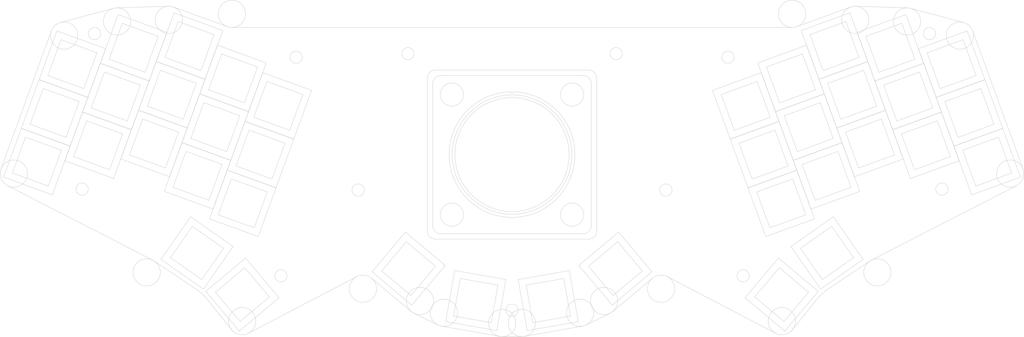
<source format=kicad_pcb>


(kicad_pcb (version 20171130) (host pcbnew 5.1.6)

  (page A3)
  (title_block
    (title "test")
    (rev "v1.0.0")
    (company "Unknown")
  )

  (general
    (thickness 1.6)
  )

  (layers
    (0 F.Cu signal)
    (31 B.Cu signal)
    (32 B.Adhes user)
    (33 F.Adhes user)
    (34 B.Paste user)
    (35 F.Paste user)
    (36 B.SilkS user)
    (37 F.SilkS user)
    (38 B.Mask user)
    (39 F.Mask user)
    (40 Dwgs.User user)
    (41 Cmts.User user)
    (42 Eco1.User user)
    (43 Eco2.User user)
    (44 Edge.Cuts user)
    (45 Margin user)
    (46 B.CrtYd user)
    (47 F.CrtYd user)
    (48 B.Fab user)
    (49 F.Fab user)
  )

  (setup
    (last_trace_width 0.25)
    (trace_clearance 0.2)
    (zone_clearance 0.508)
    (zone_45_only no)
    (trace_min 0.2)
    (via_size 0.8)
    (via_drill 0.4)
    (via_min_size 0.4)
    (via_min_drill 0.3)
    (uvia_size 0.3)
    (uvia_drill 0.1)
    (uvias_allowed no)
    (uvia_min_size 0.2)
    (uvia_min_drill 0.1)
    (edge_width 0.05)
    (segment_width 0.2)
    (pcb_text_width 0.3)
    (pcb_text_size 1.5 1.5)
    (mod_edge_width 0.12)
    (mod_text_size 1 1)
    (mod_text_width 0.15)
    (pad_size 1.524 1.524)
    (pad_drill 0.762)
    (pad_to_mask_clearance 0.05)
    (aux_axis_origin 0 0)
    (visible_elements FFFFFF7F)
    (pcbplotparams
      (layerselection 0x010fc_ffffffff)
      (usegerberextensions false)
      (usegerberattributes true)
      (usegerberadvancedattributes true)
      (creategerberjobfile true)
      (excludeedgelayer true)
      (linewidth 0.100000)
      (plotframeref false)
      (viasonmask false)
      (mode 1)
      (useauxorigin false)
      (hpglpennumber 1)
      (hpglpenspeed 20)
      (hpglpendiameter 15.000000)
      (psnegative false)
      (psa4output false)
      (plotreference true)
      (plotvalue true)
      (plotinvisibletext false)
      (padsonsilk false)
      (subtractmaskfromsilk false)
      (outputformat 1)
      (mirror false)
      (drillshape 1)
      (scaleselection 1)
      (outputdirectory ""))
  )

  (net 0 "")

  (net_class Default "This is the default net class."
    (clearance 0.2)
    (trace_width 0.25)
    (via_dia 0.8)
    (via_drill 0.4)
    (uvia_dia 0.3)
    (uvia_drill 0.1)
    (add_net "")
  )

  
  (gr_line (start 19.374563600000002 123.6005141) (end 37.266311099999996 130.1125776) (angle 90) (layer Edge.Cuts) (width 0.15))
(gr_line (start 37.266311099999996 130.1125776) (end 43.7783746 112.2208301) (angle 90) (layer Edge.Cuts) (width 0.15))
(gr_line (start 43.7783746 112.2208301) (end 25.886627100000002 105.70876659999999) (angle 90) (layer Edge.Cuts) (width 0.15))
(gr_line (start 25.886627100000002 105.70876659999999) (end 19.374563600000002 123.6005141) (angle 90) (layer Edge.Cuts) (width 0.15))
(gr_line (start 25.8900474 105.6993697) (end 43.7817949 112.2114332) (angle 90) (layer Edge.Cuts) (width 0.15))
(gr_line (start 43.7817949 112.2114332) (end 50.293858400000005 94.31968570000001) (angle 90) (layer Edge.Cuts) (width 0.15))
(gr_line (start 50.293858400000005 94.31968570000001) (end 32.402110900000004 87.8076222) (angle 90) (layer Edge.Cuts) (width 0.15))
(gr_line (start 32.402110900000004 87.8076222) (end 25.8900474 105.6993697) (angle 90) (layer Edge.Cuts) (width 0.15))
(gr_line (start 32.405531100000005 87.7982253) (end 50.2972786 94.3102888) (angle 90) (layer Edge.Cuts) (width 0.15))
(gr_line (start 50.2972786 94.3102888) (end 56.8093421 76.4185413) (angle 90) (layer Edge.Cuts) (width 0.15))
(gr_line (start 56.8093421 76.4185413) (end 38.9175946 69.9064778) (angle 90) (layer Edge.Cuts) (width 0.15))
(gr_line (start 38.9175946 69.9064778) (end 32.405531100000005 87.7982253) (angle 90) (layer Edge.Cuts) (width 0.15))
(gr_line (start 41.8365467 117.5851967) (end 59.72829419999999 124.0972602) (angle 90) (layer Edge.Cuts) (width 0.15))
(gr_line (start 59.72829419999999 124.0972602) (end 66.2403577 106.2055127) (angle 90) (layer Edge.Cuts) (width 0.15))
(gr_line (start 66.2403577 106.2055127) (end 48.348610199999996 99.6934492) (angle 90) (layer Edge.Cuts) (width 0.15))
(gr_line (start 48.348610199999996 99.6934492) (end 41.8365467 117.5851967) (angle 90) (layer Edge.Cuts) (width 0.15))
(gr_line (start 48.352030400000004 99.6840523) (end 66.2437779 106.1961158) (angle 90) (layer Edge.Cuts) (width 0.15))
(gr_line (start 66.2437779 106.1961158) (end 72.75584140000001 88.30436830000001) (angle 90) (layer Edge.Cuts) (width 0.15))
(gr_line (start 72.75584140000001 88.30436830000001) (end 54.8640939 81.79230480000001) (angle 90) (layer Edge.Cuts) (width 0.15))
(gr_line (start 54.8640939 81.79230480000001) (end 48.352030400000004 99.6840523) (angle 90) (layer Edge.Cuts) (width 0.15))
(gr_line (start 54.86751410000001 81.7829079) (end 72.7592616 88.2949714) (angle 90) (layer Edge.Cuts) (width 0.15))
(gr_line (start 72.7592616 88.2949714) (end 79.27132510000001 70.4032239) (angle 90) (layer Edge.Cuts) (width 0.15))
(gr_line (start 79.27132510000001 70.4032239) (end 61.379577600000005 63.8911604) (angle 90) (layer Edge.Cuts) (width 0.15))
(gr_line (start 61.379577600000005 63.8911604) (end 54.86751410000001 81.7829079) (angle 90) (layer Edge.Cuts) (width 0.15))
(gr_line (start 62.34388460000001 116.94022269999999) (end 80.2356321 123.45228619999999) (angle 90) (layer Edge.Cuts) (width 0.15))
(gr_line (start 80.2356321 123.45228619999999) (end 86.74769560000001 105.5605387) (angle 90) (layer Edge.Cuts) (width 0.15))
(gr_line (start 86.74769560000001 105.5605387) (end 68.8559481 99.04847519999998) (angle 90) (layer Edge.Cuts) (width 0.15))
(gr_line (start 68.8559481 99.04847519999998) (end 62.34388460000001 116.94022269999999) (angle 90) (layer Edge.Cuts) (width 0.15))
(gr_line (start 68.8593683 99.0390783) (end 86.7511158 105.5511418) (angle 90) (layer Edge.Cuts) (width 0.15))
(gr_line (start 86.7511158 105.5511418) (end 93.26317929999999 87.6593943) (angle 90) (layer Edge.Cuts) (width 0.15))
(gr_line (start 93.26317929999999 87.6593943) (end 75.3714318 81.14733079999999) (angle 90) (layer Edge.Cuts) (width 0.15))
(gr_line (start 75.3714318 81.14733079999999) (end 68.8593683 99.0390783) (angle 90) (layer Edge.Cuts) (width 0.15))
(gr_line (start 75.374852 81.1379339) (end 93.2665995 87.64999739999999) (angle 90) (layer Edge.Cuts) (width 0.15))
(gr_line (start 93.2665995 87.64999739999999) (end 99.778663 69.7582499) (angle 90) (layer Edge.Cuts) (width 0.15))
(gr_line (start 99.778663 69.7582499) (end 81.8869155 63.24618639999999) (angle 90) (layer Edge.Cuts) (width 0.15))
(gr_line (start 81.8869155 63.24618639999999) (end 75.374852 81.1379339) (angle 90) (layer Edge.Cuts) (width 0.15))
(gr_line (start 78.29038390000001 128.8260498) (end 96.1821314 135.3381133) (angle 90) (layer Edge.Cuts) (width 0.15))
(gr_line (start 96.1821314 135.3381133) (end 102.69419490000001 117.44636580000001) (angle 90) (layer Edge.Cuts) (width 0.15))
(gr_line (start 102.69419490000001 117.44636580000001) (end 84.8024474 110.93430230000001) (angle 90) (layer Edge.Cuts) (width 0.15))
(gr_line (start 84.8024474 110.93430230000001) (end 78.29038390000001 128.8260498) (angle 90) (layer Edge.Cuts) (width 0.15))
(gr_line (start 84.8058676 110.92490529999999) (end 102.6976151 117.43696879999999) (angle 90) (layer Edge.Cuts) (width 0.15))
(gr_line (start 102.6976151 117.43696879999999) (end 109.20967859999999 99.5452213) (angle 90) (layer Edge.Cuts) (width 0.15))
(gr_line (start 109.20967859999999 99.5452213) (end 91.3179311 93.0331578) (angle 90) (layer Edge.Cuts) (width 0.15))
(gr_line (start 91.3179311 93.0331578) (end 84.8058676 110.92490529999999) (angle 90) (layer Edge.Cuts) (width 0.15))
(gr_line (start 91.3213513 93.0237609) (end 109.2130988 99.5358244) (angle 90) (layer Edge.Cuts) (width 0.15))
(gr_line (start 109.2130988 99.5358244) (end 115.7251623 81.6440769) (angle 90) (layer Edge.Cuts) (width 0.15))
(gr_line (start 115.7251623 81.6440769) (end 97.8334148 75.1320134) (angle 90) (layer Edge.Cuts) (width 0.15))
(gr_line (start 97.8334148 75.1320134) (end 91.3213513 93.0237609) (angle 90) (layer Edge.Cuts) (width 0.15))
(gr_line (start 94.8884316 138.9217624) (end 112.7801791 145.43382590000002) (angle 90) (layer Edge.Cuts) (width 0.15))
(gr_line (start 112.7801791 145.43382590000002) (end 119.29224260000001 127.54207840000002) (angle 90) (layer Edge.Cuts) (width 0.15))
(gr_line (start 119.29224260000001 127.54207840000002) (end 101.4004951 121.03001490000003) (angle 90) (layer Edge.Cuts) (width 0.15))
(gr_line (start 101.4004951 121.03001490000003) (end 94.8884316 138.9217624) (angle 90) (layer Edge.Cuts) (width 0.15))
(gr_line (start 101.40391530000001 121.020618) (end 119.2956628 127.5326815) (angle 90) (layer Edge.Cuts) (width 0.15))
(gr_line (start 119.2956628 127.5326815) (end 125.80772630000001 109.640934) (angle 90) (layer Edge.Cuts) (width 0.15))
(gr_line (start 125.80772630000001 109.640934) (end 107.9159788 103.1288705) (angle 90) (layer Edge.Cuts) (width 0.15))
(gr_line (start 107.9159788 103.1288705) (end 101.40391530000001 121.020618) (angle 90) (layer Edge.Cuts) (width 0.15))
(gr_line (start 107.919399 103.1194735) (end 125.81114649999999 109.631537) (angle 90) (layer Edge.Cuts) (width 0.15))
(gr_line (start 125.81114649999999 109.631537) (end 132.32321 91.7397895) (angle 90) (layer Edge.Cuts) (width 0.15))
(gr_line (start 132.32321 91.7397895) (end 114.4314625 85.22772599999999) (angle 90) (layer Edge.Cuts) (width 0.15))
(gr_line (start 114.4314625 85.22772599999999) (end 107.919399 103.1194735) (angle 90) (layer Edge.Cuts) (width 0.15))
(gr_line (start 77.06240930000001 153.79343160000002) (end 92.65906420000002 164.7143269) (angle 90) (layer Edge.Cuts) (width 0.15))
(gr_line (start 92.65906420000002 164.7143269) (end 103.5799595 149.117672) (angle 90) (layer Edge.Cuts) (width 0.15))
(gr_line (start 103.5799595 149.117672) (end 87.98330460000001 138.19677670000002) (angle 90) (layer Edge.Cuts) (width 0.15))
(gr_line (start 87.98330460000001 138.19677670000002) (end 77.06240930000001 153.79343160000002) (angle 90) (layer Edge.Cuts) (width 0.15))
(gr_line (start 93.55301130000001 165.5585308) (end 105.7916873 180.14401700000002) (angle 90) (layer Edge.Cuts) (width 0.15))
(gr_line (start 105.7916873 180.14401700000002) (end 120.3771735 167.90534100000002) (angle 90) (layer Edge.Cuts) (width 0.15))
(gr_line (start 120.3771735 167.90534100000002) (end 108.1384975 153.3198548) (angle 90) (layer Edge.Cuts) (width 0.15))
(gr_line (start 108.1384975 153.3198548) (end 93.55301130000001 165.5585308) (angle 90) (layer Edge.Cuts) (width 0.15))
(gr_line (start 154.5130113 158.380341) (end 169.0984975 170.619017) (angle 90) (layer Edge.Cuts) (width 0.15))
(gr_line (start 169.0984975 170.619017) (end 181.3371735 156.0335308) (angle 90) (layer Edge.Cuts) (width 0.15))
(gr_line (start 181.3371735 156.0335308) (end 166.75168730000001 143.7948548) (angle 90) (layer Edge.Cuts) (width 0.15))
(gr_line (start 166.75168730000001 143.7948548) (end 154.5130113 158.380341) (angle 90) (layer Edge.Cuts) (width 0.15))
(gr_line (start 181.5241958 176.66482180000003) (end 200.2749355 179.97108310000002) (angle 90) (layer Edge.Cuts) (width 0.15))
(gr_line (start 200.2749355 179.97108310000002) (end 203.5811968 161.22034340000002) (angle 90) (layer Edge.Cuts) (width 0.15))
(gr_line (start 203.5811968 161.22034340000002) (end 184.8304571 157.91408210000003) (angle 90) (layer Edge.Cuts) (width 0.15))
(gr_line (start 184.8304571 157.91408210000003) (end 181.5241958 176.66482180000003) (angle 90) (layer Edge.Cuts) (width 0.15))
(gr_line (start 374.4262979 130.1125776) (end 392.3180454 123.6005141) (angle 90) (layer Edge.Cuts) (width 0.15))
(gr_line (start 392.3180454 123.6005141) (end 385.8059819 105.70876659999999) (angle 90) (layer Edge.Cuts) (width 0.15))
(gr_line (start 385.8059819 105.70876659999999) (end 367.9142344 112.2208301) (angle 90) (layer Edge.Cuts) (width 0.15))
(gr_line (start 367.9142344 112.2208301) (end 374.4262979 130.1125776) (angle 90) (layer Edge.Cuts) (width 0.15))
(gr_line (start 367.9108141 112.2114332) (end 385.8025616 105.6993697) (angle 90) (layer Edge.Cuts) (width 0.15))
(gr_line (start 385.8025616 105.6993697) (end 379.2904981 87.8076222) (angle 90) (layer Edge.Cuts) (width 0.15))
(gr_line (start 379.2904981 87.8076222) (end 361.39875059999997 94.31968570000001) (angle 90) (layer Edge.Cuts) (width 0.15))
(gr_line (start 361.39875059999997 94.31968570000001) (end 367.9108141 112.2114332) (angle 90) (layer Edge.Cuts) (width 0.15))
(gr_line (start 361.39533040000003 94.3102888) (end 379.28707790000004 87.7982253) (angle 90) (layer Edge.Cuts) (width 0.15))
(gr_line (start 379.28707790000004 87.7982253) (end 372.77501440000003 69.9064778) (angle 90) (layer Edge.Cuts) (width 0.15))
(gr_line (start 372.77501440000003 69.9064778) (end 354.8832669 76.4185413) (angle 90) (layer Edge.Cuts) (width 0.15))
(gr_line (start 354.8832669 76.4185413) (end 361.39533040000003 94.3102888) (angle 90) (layer Edge.Cuts) (width 0.15))
(gr_line (start 351.9643148 124.0972602) (end 369.8560623 117.5851967) (angle 90) (layer Edge.Cuts) (width 0.15))
(gr_line (start 369.8560623 117.5851967) (end 363.3439988 99.6934492) (angle 90) (layer Edge.Cuts) (width 0.15))
(gr_line (start 363.3439988 99.6934492) (end 345.4522513 106.2055127) (angle 90) (layer Edge.Cuts) (width 0.15))
(gr_line (start 345.4522513 106.2055127) (end 351.9643148 124.0972602) (angle 90) (layer Edge.Cuts) (width 0.15))
(gr_line (start 345.4488311 106.1961158) (end 363.3405786 99.6840523) (angle 90) (layer Edge.Cuts) (width 0.15))
(gr_line (start 363.3405786 99.6840523) (end 356.8285151 81.79230480000001) (angle 90) (layer Edge.Cuts) (width 0.15))
(gr_line (start 356.8285151 81.79230480000001) (end 338.9367676 88.30436830000001) (angle 90) (layer Edge.Cuts) (width 0.15))
(gr_line (start 338.9367676 88.30436830000001) (end 345.4488311 106.1961158) (angle 90) (layer Edge.Cuts) (width 0.15))
(gr_line (start 338.9333474 88.2949714) (end 356.8250949 81.7829079) (angle 90) (layer Edge.Cuts) (width 0.15))
(gr_line (start 356.8250949 81.7829079) (end 350.3130314 63.8911604) (angle 90) (layer Edge.Cuts) (width 0.15))
(gr_line (start 350.3130314 63.8911604) (end 332.4212839 70.4032239) (angle 90) (layer Edge.Cuts) (width 0.15))
(gr_line (start 332.4212839 70.4032239) (end 338.9333474 88.2949714) (angle 90) (layer Edge.Cuts) (width 0.15))
(gr_line (start 331.4569769 123.45228619999999) (end 349.3487244 116.94022269999999) (angle 90) (layer Edge.Cuts) (width 0.15))
(gr_line (start 349.3487244 116.94022269999999) (end 342.83666089999997 99.04847519999998) (angle 90) (layer Edge.Cuts) (width 0.15))
(gr_line (start 342.83666089999997 99.04847519999998) (end 324.94491339999996 105.5605387) (angle 90) (layer Edge.Cuts) (width 0.15))
(gr_line (start 324.94491339999996 105.5605387) (end 331.4569769 123.45228619999999) (angle 90) (layer Edge.Cuts) (width 0.15))
(gr_line (start 324.9414932 105.5511418) (end 342.83324070000003 99.0390783) (angle 90) (layer Edge.Cuts) (width 0.15))
(gr_line (start 342.83324070000003 99.0390783) (end 336.3211772 81.14733079999999) (angle 90) (layer Edge.Cuts) (width 0.15))
(gr_line (start 336.3211772 81.14733079999999) (end 318.4294297 87.6593943) (angle 90) (layer Edge.Cuts) (width 0.15))
(gr_line (start 318.4294297 87.6593943) (end 324.9414932 105.5511418) (angle 90) (layer Edge.Cuts) (width 0.15))
(gr_line (start 318.4260095 87.64999739999999) (end 336.31775700000003 81.1379339) (angle 90) (layer Edge.Cuts) (width 0.15))
(gr_line (start 336.31775700000003 81.1379339) (end 329.8056935 63.24618639999999) (angle 90) (layer Edge.Cuts) (width 0.15))
(gr_line (start 329.8056935 63.24618639999999) (end 311.913946 69.7582499) (angle 90) (layer Edge.Cuts) (width 0.15))
(gr_line (start 311.913946 69.7582499) (end 318.4260095 87.64999739999999) (angle 90) (layer Edge.Cuts) (width 0.15))
(gr_line (start 315.5104776 135.3381133) (end 333.4022251 128.8260498) (angle 90) (layer Edge.Cuts) (width 0.15))
(gr_line (start 333.4022251 128.8260498) (end 326.8901616 110.93430230000001) (angle 90) (layer Edge.Cuts) (width 0.15))
(gr_line (start 326.8901616 110.93430230000001) (end 308.9984141 117.44636580000001) (angle 90) (layer Edge.Cuts) (width 0.15))
(gr_line (start 308.9984141 117.44636580000001) (end 315.5104776 135.3381133) (angle 90) (layer Edge.Cuts) (width 0.15))
(gr_line (start 308.9949939 117.43696879999999) (end 326.8867414 110.92490529999999) (angle 90) (layer Edge.Cuts) (width 0.15))
(gr_line (start 326.8867414 110.92490529999999) (end 320.3746779 93.0331578) (angle 90) (layer Edge.Cuts) (width 0.15))
(gr_line (start 320.3746779 93.0331578) (end 302.4829304 99.5452213) (angle 90) (layer Edge.Cuts) (width 0.15))
(gr_line (start 302.4829304 99.5452213) (end 308.9949939 117.43696879999999) (angle 90) (layer Edge.Cuts) (width 0.15))
(gr_line (start 302.4795102 99.5358244) (end 320.3712577 93.0237609) (angle 90) (layer Edge.Cuts) (width 0.15))
(gr_line (start 320.3712577 93.0237609) (end 313.8591942 75.1320134) (angle 90) (layer Edge.Cuts) (width 0.15))
(gr_line (start 313.8591942 75.1320134) (end 295.9674467 81.6440769) (angle 90) (layer Edge.Cuts) (width 0.15))
(gr_line (start 295.9674467 81.6440769) (end 302.4795102 99.5358244) (angle 90) (layer Edge.Cuts) (width 0.15))
(gr_line (start 298.9124299 145.43382590000002) (end 316.8041774 138.9217624) (angle 90) (layer Edge.Cuts) (width 0.15))
(gr_line (start 316.8041774 138.9217624) (end 310.2921139 121.03001490000003) (angle 90) (layer Edge.Cuts) (width 0.15))
(gr_line (start 310.2921139 121.03001490000003) (end 292.4003664 127.54207840000002) (angle 90) (layer Edge.Cuts) (width 0.15))
(gr_line (start 292.4003664 127.54207840000002) (end 298.9124299 145.43382590000002) (angle 90) (layer Edge.Cuts) (width 0.15))
(gr_line (start 292.3969462 127.5326815) (end 310.2886937 121.020618) (angle 90) (layer Edge.Cuts) (width 0.15))
(gr_line (start 310.2886937 121.020618) (end 303.7766302 103.1288705) (angle 90) (layer Edge.Cuts) (width 0.15))
(gr_line (start 303.7766302 103.1288705) (end 285.8848827 109.640934) (angle 90) (layer Edge.Cuts) (width 0.15))
(gr_line (start 285.8848827 109.640934) (end 292.3969462 127.5326815) (angle 90) (layer Edge.Cuts) (width 0.15))
(gr_line (start 285.8814625 109.631537) (end 303.77321 103.1194735) (angle 90) (layer Edge.Cuts) (width 0.15))
(gr_line (start 303.77321 103.1194735) (end 297.2611465 85.22772599999999) (angle 90) (layer Edge.Cuts) (width 0.15))
(gr_line (start 297.2611465 85.22772599999999) (end 279.369399 91.7397895) (angle 90) (layer Edge.Cuts) (width 0.15))
(gr_line (start 279.369399 91.7397895) (end 285.8814625 109.631537) (angle 90) (layer Edge.Cuts) (width 0.15))
(gr_line (start 319.0335448 164.7143269) (end 334.63019970000005 153.79343160000002) (angle 90) (layer Edge.Cuts) (width 0.15))
(gr_line (start 334.63019970000005 153.79343160000002) (end 323.7093044 138.19677670000002) (angle 90) (layer Edge.Cuts) (width 0.15))
(gr_line (start 323.7093044 138.19677670000002) (end 308.11264950000003 149.117672) (angle 90) (layer Edge.Cuts) (width 0.15))
(gr_line (start 308.11264950000003 149.117672) (end 319.0335448 164.7143269) (angle 90) (layer Edge.Cuts) (width 0.15))
(gr_line (start 305.9009217 180.14401700000002) (end 318.1395977 165.5585308) (angle 90) (layer Edge.Cuts) (width 0.15))
(gr_line (start 318.1395977 165.5585308) (end 303.55411150000003 153.3198548) (angle 90) (layer Edge.Cuts) (width 0.15))
(gr_line (start 303.55411150000003 153.3198548) (end 291.31543550000004 167.90534100000002) (angle 90) (layer Edge.Cuts) (width 0.15))
(gr_line (start 291.31543550000004 167.90534100000002) (end 305.9009217 180.14401700000002) (angle 90) (layer Edge.Cuts) (width 0.15))
(gr_line (start 242.5941115 170.619017) (end 257.1795977 158.380341) (angle 90) (layer Edge.Cuts) (width 0.15))
(gr_line (start 257.1795977 158.380341) (end 244.9409217 143.7948548) (angle 90) (layer Edge.Cuts) (width 0.15))
(gr_line (start 244.9409217 143.7948548) (end 230.35543549999997 156.0335308) (angle 90) (layer Edge.Cuts) (width 0.15))
(gr_line (start 230.35543549999997 156.0335308) (end 242.5941115 170.619017) (angle 90) (layer Edge.Cuts) (width 0.15))
(gr_line (start 211.41767349999998 179.97108310000002) (end 230.16841319999997 176.66482180000003) (angle 90) (layer Edge.Cuts) (width 0.15))
(gr_line (start 230.16841319999997 176.66482180000003) (end 226.8621519 157.91408210000003) (angle 90) (layer Edge.Cuts) (width 0.15))
(gr_line (start 226.8621519 157.91408210000003) (end 208.1114122 161.22034340000002) (angle 90) (layer Edge.Cuts) (width 0.15))
(gr_line (start 208.1114122 161.22034340000002) (end 211.41767349999998 179.97108310000002) (angle 90) (layer Edge.Cuts) (width 0.15))
(gr_line (start 179.7813045 144.395776) (end 231.9113045 144.395776) (angle 90) (layer Edge.Cuts) (width 0.15))
(gr_arc (start 231.9113045 141.395776) (end 231.9113045 144.395776) (angle -90) (layer Edge.Cuts) (width 0.15))
(gr_line (start 234.9113045 141.395776) (end 234.9113045 89.26577600000002) (angle 90) (layer Edge.Cuts) (width 0.15))
(gr_arc (start 231.9113045 89.26577600000002) (end 234.9113045 89.26577600000002) (angle -90) (layer Edge.Cuts) (width 0.15))
(gr_line (start 231.9113045 86.26577600000002) (end 179.7813045 86.26577600000002) (angle 90) (layer Edge.Cuts) (width 0.15))
(gr_arc (start 179.7813045 89.26577600000002) (end 179.7813045 86.26577600000002) (angle -90) (layer Edge.Cuts) (width 0.15))
(gr_line (start 176.7813045 89.26577600000002) (end 176.7813045 141.395776) (angle 90) (layer Edge.Cuts) (width 0.15))
(gr_arc (start 179.7813045 141.395776) (end 176.7813045 141.395776) (angle -90) (layer Edge.Cuts) (width 0.15))
(gr_circle (center 205.8463045 115.330776) (end 227.7763045 115.330776) (layer Edge.Cuts) (width 0.15))
(gr_line (start 177.7813045 146.395776) (end 233.9113045 146.395776) (angle 90) (layer Edge.Cuts) (width 0.15))
(gr_arc (start 233.9113045 143.395776) (end 233.9113045 146.395776) (angle -90) (layer Edge.Cuts) (width 0.15))
(gr_line (start 236.9113045 143.395776) (end 236.9113045 87.26577600000002) (angle 90) (layer Edge.Cuts) (width 0.15))
(gr_arc (start 233.9113045 87.26577600000002) (end 236.9113045 87.26577600000002) (angle -90) (layer Edge.Cuts) (width 0.15))
(gr_line (start 233.9113045 84.26577600000002) (end 177.7813045 84.26577600000002) (angle 90) (layer Edge.Cuts) (width 0.15))
(gr_arc (start 177.7813045 87.26577600000002) (end 177.7813045 84.26577600000002) (angle -90) (layer Edge.Cuts) (width 0.15))
(gr_line (start 174.7813045 87.26577600000002) (end 174.7813045 143.395776) (angle 90) (layer Edge.Cuts) (width 0.15))
(gr_arc (start 177.7813045 143.395776) (end 174.7813045 143.395776) (angle -90) (layer Edge.Cuts) (width 0.15))
(gr_arc (start 205.8463045 115.330776) (end 205.4581776 92.2690418) (angle -358.0716164847654) (layer Edge.Cuts) (width 0.15))
(gr_arc (start 205.8463045 92.365776) (end 205.4581776 92.2690418) (angle -207.9897971867049) (layer Edge.Cuts) (width 0.15))
(gr_line (start 18.434528223081607 120.59877359591697) (end 36.88566669348531 69.90468749395848) (angle 90) (layer Edge.Cuts) (width 0.15))
(gr_line (start 40.290707389350395 66.78497871112192) (end 59.679596459659415 61.59263564010725) (angle 90) (layer Edge.Cuts) (width 0.15))
(gr_line (start 60.81584241931968 61.42491607209591) (end 79.78292512575398 60.82838446662118) (angle 90) (layer Edge.Cuts) (width 0.15))
(gr_line (start 81.65020217834454 61.127450220422965) (end 101.3982687235114 68.31515865258098) (angle 90) (layer Edge.Cuts) (width 0.15))
(gr_line (start 103.10836927904633 68.61669549999999) (end 308.5842397209537 68.61669549999999) (angle 90) (layer Edge.Cuts) (width 0.15))
(gr_line (start 310.29434027648864 68.31515865258096) (end 330.0424068216553 61.12745022042306) (angle 90) (layer Edge.Cuts) (width 0.15))
(gr_line (start 331.90968387424596 60.82838446662117) (end 350.87676658068034 61.42491607209591) (angle 90) (layer Edge.Cuts) (width 0.15))
(gr_line (start 352.0130125403406 61.59263564010725) (end 371.4019016106497 66.78497871112194) (angle 90) (layer Edge.Cuts) (width 0.15))
(gr_line (start 374.8069423065147 69.90468749395836) (end 393.2580807769183 120.59877359591655) (angle 90) (layer Edge.Cuts) (width 0.15))
(gr_line (start 337.5512194238017 154.12847467769612) (end 390.84399662544405 126.75652665360647) (angle 90) (layer Edge.Cuts) (width 0.15))
(gr_line (start 320.830467 165.3231103) (end 337.04686040898525 154.4260741561553) (angle 90) (layer Edge.Cuts) (width 0.15))
(gr_line (start 318.5644954 167.3744383) (end 320.830467 165.3231103) (angle 90) (layer Edge.Cuts) (width 0.15))
(gr_line (start 308.7112001120246 179.63179922699504) (end 318.5644954 167.3744383) (angle 90) (layer Edge.Cuts) (width 0.15))
(gr_line (start 262.8376721049016 160.16902533500055) (end 302.4953397741364 180.9289050175127) (angle 90) (layer Edge.Cuts) (width 0.15))
(gr_line (start 242.82303791535054 172.92025297413656) (end 257.30485459029757 160.76856592923647) (angle 90) (layer Edge.Cuts) (width 0.15))
(gr_line (start 233.01870515638416 177.90072011665302) (end 241.81469139364546 173.57727554779052) (angle 90) (layer Edge.Cuts) (width 0.15))
(gr_line (start 210.2991562283386 182.10777268892974) (end 231.6813545010735 178.33751416532357) (angle 90) (layer Edge.Cuts) (width 0.15))
(gr_line (start 202.26169373444398 182.18373390000002) (end 209.43091526555597 182.18373390000002) (angle 90) (layer Edge.Cuts) (width 0.15))
(gr_line (start 180.0112544989265 178.33751416532357) (end 201.39345277166137 182.10777268892977) (angle 90) (layer Edge.Cuts) (width 0.15))
(gr_line (start 169.87791760635454 173.57727554779046) (end 178.67390384361582 177.900720116653) (angle 90) (layer Edge.Cuts) (width 0.15))
(gr_line (start 154.3877544097023 160.7685659292363) (end 168.86957108464946 172.92025297413653) (angle 90) (layer Edge.Cuts) (width 0.15))
(gr_line (start 109.19726922586374 180.92890501751262) (end 148.85493689509826 160.16902533500064) (angle 90) (layer Edge.Cuts) (width 0.15))
(gr_line (start 93.1281136 167.3744383) (end 102.98140888797542 179.63179922699507) (angle 90) (layer Edge.Cuts) (width 0.15))
(gr_line (start 90.862142 165.3231103) (end 93.1281136 167.3744383) (angle 90) (layer Edge.Cuts) (width 0.15))
(gr_line (start 74.64574859101454 154.42607415615515) (end 90.862142 165.3231103) (angle 90) (layer Edge.Cuts) (width 0.15))
(gr_line (start 20.848612374555998 126.75652665360644) (end 74.14138957619834 154.12847467769615) (angle 90) (layer Edge.Cuts) (width 0.15))
(gr_arc (start 41.5841298460663 71.6147880494934) (end 40.2907073460663 66.7849787494934) (angle -360) (layer Edge.Cuts) (width 0.15))
(gr_arc (start 60.973018916375324 66.42244497847871) (end 60.815842416375325 61.42491607847871) (angle -360) (layer Edge.Cuts) (width 0.15))
(gr_arc (start 79.94010162280962 65.82591337300396) (end 81.65020222280963 61.12745017300396) (angle -360) (layer Edge.Cuts) (width 0.15))
(gr_arc (start 103.10836927904633 63.61669549999999) (end 101.39826867904632 68.3151587) (angle -360) (layer Edge.Cuts) (width 0.15))
(gr_arc (start 308.5842397209537 63.61669549999999) (end 308.5842397209537 68.61669549999999) (angle -360) (layer Edge.Cuts) (width 0.15))
(gr_arc (start 331.7525073771903 65.82591337300398) (end 331.9096838771903 60.828384473003986) (angle -360) (layer Edge.Cuts) (width 0.15))
(gr_arc (start 350.71959008362467 66.4224449784787) (end 352.0130125836247 61.59263567847869) (angle -360) (layer Edge.Cuts) (width 0.15))
(gr_arc (start 370.10847915393373 71.61478804949338) (end 374.8069423539337 69.90468744949338) (angle -360) (layer Edge.Cuts) (width 0.15))
(gr_arc (start 388.55961762433736 122.30887415145162) (end 390.84399662433736 126.75652665145162) (angle -360.00000000000006) (layer Edge.Cuts) (width 0.15))
(gr_arc (start 339.8355984249082 158.57612717985072) (end 337.5512194249082 154.1284746798507) (angle -360) (layer Edge.Cuts) (width 0.15))
(gr_arc (start 304.814219148942 176.49914225667175) (end 302.495339748942 180.92890505667174) (angle -360.00000000000006) (layer Edge.Cuts) (width 0.15))
(gr_arc (start 260.51879273009604 164.59878809584154) (end 262.83767213009605 160.16902529584155) (angle -360) (layer Edge.Cuts) (width 0.15))
(gr_arc (start 239.60909977555215 169.09003080753132) (end 241.81469137555214 173.57727560753133) (angle -360) (layer Edge.Cuts) (width 0.15))
(gr_arc (start 230.81311353829088 173.41347537639388) (end 231.6813545382909 178.33751417639388) (angle -360) (layer Edge.Cuts) (width 0.15))
(gr_arc (start 209.43091526555597 177.18373390000002) (end 209.43091526555597 182.18373390000002) (angle -360) (layer Edge.Cuts) (width 0.15))
(gr_arc (start 202.26169373444398 177.18373390000002) (end 201.39345273444397 182.10777270000003) (angle -359.99999999999994) (layer Edge.Cuts) (width 0.15))
(gr_arc (start 180.87949546170913 173.41347537639385) (end 178.67390386170914 177.90072017639386) (angle -360) (layer Edge.Cuts) (width 0.15))
(gr_arc (start 172.08350922444782 169.09003080753132) (end 168.86957112444782 172.92025300753133) (angle -360) (layer Edge.Cuts) (width 0.15))
(gr_arc (start 151.17381626990397 164.59878809584154) (end 154.38775436990397 160.76856589584153) (angle -360) (layer Edge.Cuts) (width 0.15))
(gr_arc (start 106.87838985105802 176.49914225667172) (end 102.98140895105801 179.6317992566717) (angle -360) (layer Edge.Cuts) (width 0.15))
(gr_arc (start 71.85701057509173 158.5761271798507) (end 74.64574857509173 154.42607417985067) (angle -360) (layer Edge.Cuts) (width 0.15))
(gr_arc (start 23.13299137566259 122.30887415145189) (end 18.434528175662592 120.59877355145188) (angle -360) (layer Edge.Cuts) (width 0.15))
(gr_line (start 22.5916626 122.10035620000001) (end 35.7661532 126.8954786) (angle 90) (layer Edge.Cuts) (width 0.15))
(gr_line (start 35.7661532 126.8954786) (end 40.5612756 113.720988) (angle 90) (layer Edge.Cuts) (width 0.15))
(gr_line (start 40.5612756 113.720988) (end 27.386785 108.92586560000001) (angle 90) (layer Edge.Cuts) (width 0.15))
(gr_line (start 27.386785 108.92586560000001) (end 22.5916626 122.10035620000001) (angle 90) (layer Edge.Cuts) (width 0.15))
(gr_line (start 29.107146400000005 104.19921180000001) (end 42.281637 108.99433420000001) (angle 90) (layer Edge.Cuts) (width 0.15))
(gr_line (start 42.281637 108.99433420000001) (end 47.0767594 95.81984360000001) (angle 90) (layer Edge.Cuts) (width 0.15))
(gr_line (start 47.0767594 95.81984360000001) (end 33.9022688 91.02472120000002) (angle 90) (layer Edge.Cuts) (width 0.15))
(gr_line (start 33.9022688 91.02472120000002) (end 29.107146400000005 104.19921180000001) (angle 90) (layer Edge.Cuts) (width 0.15))
(gr_line (start 35.6226301 86.29806740000001) (end 48.7971207 91.0931898) (angle 90) (layer Edge.Cuts) (width 0.15))
(gr_line (start 48.7971207 91.0931898) (end 53.592243100000005 77.9186992) (angle 90) (layer Edge.Cuts) (width 0.15))
(gr_line (start 53.592243100000005 77.9186992) (end 40.4177525 73.12357680000001) (angle 90) (layer Edge.Cuts) (width 0.15))
(gr_line (start 40.4177525 73.12357680000001) (end 35.6226301 86.29806740000001) (angle 90) (layer Edge.Cuts) (width 0.15))
(gr_line (start 45.053645700000004 116.0850388) (end 58.2281363 120.8801612) (angle 90) (layer Edge.Cuts) (width 0.15))
(gr_line (start 58.2281363 120.8801612) (end 63.0232587 107.7056706) (angle 90) (layer Edge.Cuts) (width 0.15))
(gr_line (start 63.0232587 107.7056706) (end 49.8487681 102.91054820000001) (angle 90) (layer Edge.Cuts) (width 0.15))
(gr_line (start 49.8487681 102.91054820000001) (end 45.053645700000004 116.0850388) (angle 90) (layer Edge.Cuts) (width 0.15))
(gr_line (start 51.5691294 98.18389440000001) (end 64.74361999999999 102.97901680000001) (angle 90) (layer Edge.Cuts) (width 0.15))
(gr_line (start 64.74361999999999 102.97901680000001) (end 69.5387424 89.80452620000001) (angle 90) (layer Edge.Cuts) (width 0.15))
(gr_line (start 69.5387424 89.80452620000001) (end 56.3642518 85.00940380000002) (angle 90) (layer Edge.Cuts) (width 0.15))
(gr_line (start 56.3642518 85.00940380000002) (end 51.5691294 98.18389440000001) (angle 90) (layer Edge.Cuts) (width 0.15))
(gr_line (start 58.084613100000006 80.28275000000001) (end 71.2591037 85.0778724) (angle 90) (layer Edge.Cuts) (width 0.15))
(gr_line (start 71.2591037 85.0778724) (end 76.05422610000001 71.9033818) (angle 90) (layer Edge.Cuts) (width 0.15))
(gr_line (start 76.05422610000001 71.9033818) (end 62.8797355 67.10825940000001) (angle 90) (layer Edge.Cuts) (width 0.15))
(gr_line (start 62.8797355 67.10825940000001) (end 58.084613100000006 80.28275000000001) (angle 90) (layer Edge.Cuts) (width 0.15))
(gr_line (start 65.5609836 115.4400648) (end 78.7354742 120.2351872) (angle 90) (layer Edge.Cuts) (width 0.15))
(gr_line (start 78.7354742 120.2351872) (end 83.5305966 107.0606966) (angle 90) (layer Edge.Cuts) (width 0.15))
(gr_line (start 83.5305966 107.0606966) (end 70.356106 102.2655742) (angle 90) (layer Edge.Cuts) (width 0.15))
(gr_line (start 70.356106 102.2655742) (end 65.5609836 115.4400648) (angle 90) (layer Edge.Cuts) (width 0.15))
(gr_line (start 72.07646729999999 97.53892040000001) (end 85.25095789999999 102.3340428) (angle 90) (layer Edge.Cuts) (width 0.15))
(gr_line (start 85.25095789999999 102.3340428) (end 90.04608029999999 89.15955220000001) (angle 90) (layer Edge.Cuts) (width 0.15))
(gr_line (start 90.04608029999999 89.15955220000001) (end 76.87158969999999 84.36442980000001) (angle 90) (layer Edge.Cuts) (width 0.15))
(gr_line (start 76.87158969999999 84.36442980000001) (end 72.07646729999999 97.53892040000001) (angle 90) (layer Edge.Cuts) (width 0.15))
(gr_line (start 78.591951 79.637776) (end 91.7664416 84.4328984) (angle 90) (layer Edge.Cuts) (width 0.15))
(gr_line (start 91.7664416 84.4328984) (end 96.56156399999999 71.2584078) (angle 90) (layer Edge.Cuts) (width 0.15))
(gr_line (start 96.56156399999999 71.2584078) (end 83.38707339999999 66.4632854) (angle 90) (layer Edge.Cuts) (width 0.15))
(gr_line (start 83.38707339999999 66.4632854) (end 78.591951 79.637776) (angle 90) (layer Edge.Cuts) (width 0.15))
(gr_line (start 81.5074829 127.32589189999999) (end 94.6819735 132.12101429999998) (angle 90) (layer Edge.Cuts) (width 0.15))
(gr_line (start 94.6819735 132.12101429999998) (end 99.4770959 118.94652369999999) (angle 90) (layer Edge.Cuts) (width 0.15))
(gr_line (start 99.4770959 118.94652369999999) (end 86.3026053 114.15140129999999) (angle 90) (layer Edge.Cuts) (width 0.15))
(gr_line (start 86.3026053 114.15140129999999) (end 81.5074829 127.32589189999999) (angle 90) (layer Edge.Cuts) (width 0.15))
(gr_line (start 88.02296659999999 109.4247474) (end 101.19745719999999 114.2198698) (angle 90) (layer Edge.Cuts) (width 0.15))
(gr_line (start 101.19745719999999 114.2198698) (end 105.99257959999998 101.0453792) (angle 90) (layer Edge.Cuts) (width 0.15))
(gr_line (start 105.99257959999998 101.0453792) (end 92.81808899999999 96.2502568) (angle 90) (layer Edge.Cuts) (width 0.15))
(gr_line (start 92.81808899999999 96.2502568) (end 88.02296659999999 109.4247474) (angle 90) (layer Edge.Cuts) (width 0.15))
(gr_line (start 94.5384503 91.52360300000001) (end 107.71294089999999 96.3187254) (angle 90) (layer Edge.Cuts) (width 0.15))
(gr_line (start 107.71294089999999 96.3187254) (end 112.50806329999999 83.1442348) (angle 90) (layer Edge.Cuts) (width 0.15))
(gr_line (start 112.50806329999999 83.1442348) (end 99.33357269999999 78.34911240000001) (angle 90) (layer Edge.Cuts) (width 0.15))
(gr_line (start 99.33357269999999 78.34911240000001) (end 94.5384503 91.52360300000001) (angle 90) (layer Edge.Cuts) (width 0.15))
(gr_line (start 98.1055306 137.4216045) (end 111.2800212 142.2167269) (angle 90) (layer Edge.Cuts) (width 0.15))
(gr_line (start 111.2800212 142.2167269) (end 116.07514359999999 129.0422363) (angle 90) (layer Edge.Cuts) (width 0.15))
(gr_line (start 116.07514359999999 129.0422363) (end 102.90065299999999 124.2471139) (angle 90) (layer Edge.Cuts) (width 0.15))
(gr_line (start 102.90065299999999 124.2471139) (end 98.1055306 137.4216045) (angle 90) (layer Edge.Cuts) (width 0.15))
(gr_line (start 104.6210143 119.52046010000001) (end 117.7955049 124.3155825) (angle 90) (layer Edge.Cuts) (width 0.15))
(gr_line (start 117.7955049 124.3155825) (end 122.5906273 111.1410919) (angle 90) (layer Edge.Cuts) (width 0.15))
(gr_line (start 122.5906273 111.1410919) (end 109.4161367 106.34596950000001) (angle 90) (layer Edge.Cuts) (width 0.15))
(gr_line (start 109.4161367 106.34596950000001) (end 104.6210143 119.52046010000001) (angle 90) (layer Edge.Cuts) (width 0.15))
(gr_line (start 111.13649799999999 101.61931560000001) (end 124.31098859999999 106.414438) (angle 90) (layer Edge.Cuts) (width 0.15))
(gr_line (start 124.31098859999999 106.414438) (end 129.106111 93.2399474) (angle 90) (layer Edge.Cuts) (width 0.15))
(gr_line (start 129.106111 93.2399474) (end 115.93162039999999 88.44482500000001) (angle 90) (layer Edge.Cuts) (width 0.15))
(gr_line (start 115.93162039999999 88.44482500000001) (end 111.13649799999999 101.61931560000001) (angle 90) (layer Edge.Cuts) (width 0.15))
(gr_line (start 80.5581578 153.1770368) (end 92.0426694 161.21857839999998) (angle 90) (layer Edge.Cuts) (width 0.15))
(gr_line (start 92.0426694 161.21857839999998) (end 100.08421100000001 149.7340668) (angle 90) (layer Edge.Cuts) (width 0.15))
(gr_line (start 100.08421100000001 149.7340668) (end 88.5996994 141.69252519999998) (angle 90) (layer Edge.Cuts) (width 0.15))
(gr_line (start 88.5996994 141.69252519999998) (end 80.5581578 153.1770368) (angle 90) (layer Edge.Cuts) (width 0.15))
(gr_line (start 97.0891797 165.86790549999998) (end 106.101062 176.60784859999998) (angle 90) (layer Edge.Cuts) (width 0.15))
(gr_line (start 106.101062 176.60784859999998) (end 116.84100509999999 167.5959663) (angle 90) (layer Edge.Cuts) (width 0.15))
(gr_line (start 116.84100509999999 167.5959663) (end 107.8291228 156.85602319999998) (angle 90) (layer Edge.Cuts) (width 0.15))
(gr_line (start 107.8291228 156.85602319999998) (end 97.0891797 165.86790549999998) (angle 90) (layer Edge.Cuts) (width 0.15))
(gr_line (start 158.04917970000002 158.07096629999998) (end 168.78912280000003 167.08284859999998) (angle 90) (layer Edge.Cuts) (width 0.15))
(gr_line (start 168.78912280000003 167.08284859999998) (end 177.80100510000003 156.34290549999997) (angle 90) (layer Edge.Cuts) (width 0.15))
(gr_line (start 177.80100510000003 156.34290549999997) (end 167.06106200000002 147.33102319999998) (angle 90) (layer Edge.Cuts) (width 0.15))
(gr_line (start 167.06106200000002 147.33102319999998) (end 158.04917970000002 158.07096629999998) (angle 90) (layer Edge.Cuts) (width 0.15))
(gr_line (start 184.4319202 174.6288112) (end 198.23892490000003 177.0633587) (angle 90) (layer Edge.Cuts) (width 0.15))
(gr_line (start 198.23892490000003 177.0633587) (end 200.6734724 163.256354) (angle 90) (layer Edge.Cuts) (width 0.15))
(gr_line (start 200.6734724 163.256354) (end 186.86646770000002 160.8218065) (angle 90) (layer Edge.Cuts) (width 0.15))
(gr_line (start 186.86646770000002 160.8218065) (end 184.4319202 174.6288112) (angle 90) (layer Edge.Cuts) (width 0.15))
(gr_line (start 375.92645580000004 126.8954786) (end 389.1009464 122.10035620000001) (angle 90) (layer Edge.Cuts) (width 0.15))
(gr_line (start 389.1009464 122.10035620000001) (end 384.30582400000003 108.92586560000001) (angle 90) (layer Edge.Cuts) (width 0.15))
(gr_line (start 384.30582400000003 108.92586560000001) (end 371.1313334 113.720988) (angle 90) (layer Edge.Cuts) (width 0.15))
(gr_line (start 371.1313334 113.720988) (end 375.92645580000004 126.8954786) (angle 90) (layer Edge.Cuts) (width 0.15))
(gr_line (start 369.410972 108.99433420000001) (end 382.58546259999997 104.19921180000001) (angle 90) (layer Edge.Cuts) (width 0.15))
(gr_line (start 382.58546259999997 104.19921180000001) (end 377.7903402 91.02472120000002) (angle 90) (layer Edge.Cuts) (width 0.15))
(gr_line (start 377.7903402 91.02472120000002) (end 364.6158496 95.81984360000001) (angle 90) (layer Edge.Cuts) (width 0.15))
(gr_line (start 364.6158496 95.81984360000001) (end 369.410972 108.99433420000001) (angle 90) (layer Edge.Cuts) (width 0.15))
(gr_line (start 362.89548830000007 91.0931898) (end 376.0699789 86.29806740000001) (angle 90) (layer Edge.Cuts) (width 0.15))
(gr_line (start 376.0699789 86.29806740000001) (end 371.27485650000006 73.12357680000001) (angle 90) (layer Edge.Cuts) (width 0.15))
(gr_line (start 371.27485650000006 73.12357680000001) (end 358.10036590000004 77.9186992) (angle 90) (layer Edge.Cuts) (width 0.15))
(gr_line (start 358.10036590000004 77.9186992) (end 362.89548830000007 91.0931898) (angle 90) (layer Edge.Cuts) (width 0.15))
(gr_line (start 353.46447270000004 120.8801612) (end 366.6389633 116.0850388) (angle 90) (layer Edge.Cuts) (width 0.15))
(gr_line (start 366.6389633 116.0850388) (end 361.84384090000003 102.91054820000001) (angle 90) (layer Edge.Cuts) (width 0.15))
(gr_line (start 361.84384090000003 102.91054820000001) (end 348.6693503 107.7056706) (angle 90) (layer Edge.Cuts) (width 0.15))
(gr_line (start 348.6693503 107.7056706) (end 353.46447270000004 120.8801612) (angle 90) (layer Edge.Cuts) (width 0.15))
(gr_line (start 346.94898900000004 102.97901680000001) (end 360.1234796 98.18389440000001) (angle 90) (layer Edge.Cuts) (width 0.15))
(gr_line (start 360.1234796 98.18389440000001) (end 355.3283572 85.00940380000002) (angle 90) (layer Edge.Cuts) (width 0.15))
(gr_line (start 355.3283572 85.00940380000002) (end 342.1538666 89.80452620000001) (angle 90) (layer Edge.Cuts) (width 0.15))
(gr_line (start 342.1538666 89.80452620000001) (end 346.94898900000004 102.97901680000001) (angle 90) (layer Edge.Cuts) (width 0.15))
(gr_line (start 340.43350530000004 85.0778724) (end 353.6079959 80.28275000000001) (angle 90) (layer Edge.Cuts) (width 0.15))
(gr_line (start 353.6079959 80.28275000000001) (end 348.8128735 67.10825940000001) (angle 90) (layer Edge.Cuts) (width 0.15))
(gr_line (start 348.8128735 67.10825940000001) (end 335.6383829 71.9033818) (angle 90) (layer Edge.Cuts) (width 0.15))
(gr_line (start 335.6383829 71.9033818) (end 340.43350530000004 85.0778724) (angle 90) (layer Edge.Cuts) (width 0.15))
(gr_line (start 332.9571348 120.2351872) (end 346.13162539999996 115.4400648) (angle 90) (layer Edge.Cuts) (width 0.15))
(gr_line (start 346.13162539999996 115.4400648) (end 341.336503 102.2655742) (angle 90) (layer Edge.Cuts) (width 0.15))
(gr_line (start 341.336503 102.2655742) (end 328.1620124 107.0606966) (angle 90) (layer Edge.Cuts) (width 0.15))
(gr_line (start 328.1620124 107.0606966) (end 332.9571348 120.2351872) (angle 90) (layer Edge.Cuts) (width 0.15))
(gr_line (start 326.44165110000006 102.3340428) (end 339.6161417 97.53892040000001) (angle 90) (layer Edge.Cuts) (width 0.15))
(gr_line (start 339.6161417 97.53892040000001) (end 334.82101930000005 84.36442980000001) (angle 90) (layer Edge.Cuts) (width 0.15))
(gr_line (start 334.82101930000005 84.36442980000001) (end 321.64652870000003 89.15955220000001) (angle 90) (layer Edge.Cuts) (width 0.15))
(gr_line (start 321.64652870000003 89.15955220000001) (end 326.44165110000006 102.3340428) (angle 90) (layer Edge.Cuts) (width 0.15))
(gr_line (start 319.92616740000005 84.4328984) (end 333.100658 79.637776) (angle 90) (layer Edge.Cuts) (width 0.15))
(gr_line (start 333.100658 79.637776) (end 328.30553560000004 66.4632854) (angle 90) (layer Edge.Cuts) (width 0.15))
(gr_line (start 328.30553560000004 66.4632854) (end 315.13104500000003 71.2584078) (angle 90) (layer Edge.Cuts) (width 0.15))
(gr_line (start 315.13104500000003 71.2584078) (end 319.92616740000005 84.4328984) (angle 90) (layer Edge.Cuts) (width 0.15))
(gr_line (start 317.01063550000003 132.12101429999998) (end 330.1851261 127.32589189999999) (angle 90) (layer Edge.Cuts) (width 0.15))
(gr_line (start 330.1851261 127.32589189999999) (end 325.3900037 114.15140129999999) (angle 90) (layer Edge.Cuts) (width 0.15))
(gr_line (start 325.3900037 114.15140129999999) (end 312.2155131 118.94652369999999) (angle 90) (layer Edge.Cuts) (width 0.15))
(gr_line (start 312.2155131 118.94652369999999) (end 317.01063550000003 132.12101429999998) (angle 90) (layer Edge.Cuts) (width 0.15))
(gr_line (start 310.49515180000003 114.2198698) (end 323.6696424 109.4247474) (angle 90) (layer Edge.Cuts) (width 0.15))
(gr_line (start 323.6696424 109.4247474) (end 318.87452 96.2502568) (angle 90) (layer Edge.Cuts) (width 0.15))
(gr_line (start 318.87452 96.2502568) (end 305.7000294 101.0453792) (angle 90) (layer Edge.Cuts) (width 0.15))
(gr_line (start 305.7000294 101.0453792) (end 310.49515180000003 114.2198698) (angle 90) (layer Edge.Cuts) (width 0.15))
(gr_line (start 303.9796681 96.3187254) (end 317.1541587 91.52360300000001) (angle 90) (layer Edge.Cuts) (width 0.15))
(gr_line (start 317.1541587 91.52360300000001) (end 312.3590363 78.34911240000001) (angle 90) (layer Edge.Cuts) (width 0.15))
(gr_line (start 312.3590363 78.34911240000001) (end 299.1845457 83.1442348) (angle 90) (layer Edge.Cuts) (width 0.15))
(gr_line (start 299.1845457 83.1442348) (end 303.9796681 96.3187254) (angle 90) (layer Edge.Cuts) (width 0.15))
(gr_line (start 300.41258780000004 142.2167269) (end 313.5870784 137.4216045) (angle 90) (layer Edge.Cuts) (width 0.15))
(gr_line (start 313.5870784 137.4216045) (end 308.791956 124.2471139) (angle 90) (layer Edge.Cuts) (width 0.15))
(gr_line (start 308.791956 124.2471139) (end 295.6174654 129.0422363) (angle 90) (layer Edge.Cuts) (width 0.15))
(gr_line (start 295.6174654 129.0422363) (end 300.41258780000004 142.2167269) (angle 90) (layer Edge.Cuts) (width 0.15))
(gr_line (start 293.89710410000004 124.3155825) (end 307.0715947 119.52046010000001) (angle 90) (layer Edge.Cuts) (width 0.15))
(gr_line (start 307.0715947 119.52046010000001) (end 302.2764723 106.34596950000001) (angle 90) (layer Edge.Cuts) (width 0.15))
(gr_line (start 302.2764723 106.34596950000001) (end 289.1019817 111.1410919) (angle 90) (layer Edge.Cuts) (width 0.15))
(gr_line (start 289.1019817 111.1410919) (end 293.89710410000004 124.3155825) (angle 90) (layer Edge.Cuts) (width 0.15))
(gr_line (start 287.38162040000003 106.414438) (end 300.556111 101.61931560000001) (angle 90) (layer Edge.Cuts) (width 0.15))
(gr_line (start 300.556111 101.61931560000001) (end 295.7609886 88.44482500000001) (angle 90) (layer Edge.Cuts) (width 0.15))
(gr_line (start 295.7609886 88.44482500000001) (end 282.586498 93.2399474) (angle 90) (layer Edge.Cuts) (width 0.15))
(gr_line (start 282.586498 93.2399474) (end 287.38162040000003 106.414438) (angle 90) (layer Edge.Cuts) (width 0.15))
(gr_line (start 319.64993960000004 161.21857839999998) (end 331.1344512 153.1770368) (angle 90) (layer Edge.Cuts) (width 0.15))
(gr_line (start 331.1344512 153.1770368) (end 323.09290960000004 141.69252519999998) (angle 90) (layer Edge.Cuts) (width 0.15))
(gr_line (start 323.09290960000004 141.69252519999998) (end 311.608398 149.7340668) (angle 90) (layer Edge.Cuts) (width 0.15))
(gr_line (start 311.608398 149.7340668) (end 319.64993960000004 161.21857839999998) (angle 90) (layer Edge.Cuts) (width 0.15))
(gr_line (start 305.591547 176.60784859999998) (end 314.6034293 165.86790549999998) (angle 90) (layer Edge.Cuts) (width 0.15))
(gr_line (start 314.6034293 165.86790549999998) (end 303.8634862 156.85602319999998) (angle 90) (layer Edge.Cuts) (width 0.15))
(gr_line (start 303.8634862 156.85602319999998) (end 294.8516039 167.5959663) (angle 90) (layer Edge.Cuts) (width 0.15))
(gr_line (start 294.8516039 167.5959663) (end 305.591547 176.60784859999998) (angle 90) (layer Edge.Cuts) (width 0.15))
(gr_line (start 242.9034862 167.08284859999998) (end 253.6434293 158.07096629999998) (angle 90) (layer Edge.Cuts) (width 0.15))
(gr_line (start 253.6434293 158.07096629999998) (end 244.631547 147.33102319999998) (angle 90) (layer Edge.Cuts) (width 0.15))
(gr_line (start 244.631547 147.33102319999998) (end 233.8916039 156.34290549999997) (angle 90) (layer Edge.Cuts) (width 0.15))
(gr_line (start 233.8916039 156.34290549999997) (end 242.9034862 167.08284859999998) (angle 90) (layer Edge.Cuts) (width 0.15))
(gr_line (start 213.4536841 177.0633587) (end 227.2606888 174.6288112) (angle 90) (layer Edge.Cuts) (width 0.15))
(gr_line (start 227.2606888 174.6288112) (end 224.82614130000002 160.8218065) (angle 90) (layer Edge.Cuts) (width 0.15))
(gr_line (start 224.82614130000002 160.8218065) (end 211.0191366 163.256354) (angle 90) (layer Edge.Cuts) (width 0.15))
(gr_line (start 211.0191366 163.256354) (end 213.4536841 177.0633587) (angle 90) (layer Edge.Cuts) (width 0.15))
(gr_circle (center 205.8463045 115.330776) (end 226.7763045 115.330776) (layer Edge.Cuts) (width 0.15))
(gr_circle (center 227.9113045 93.265776) (end 232.1613045 93.265776) (layer Edge.Cuts) (width 0.15))
(gr_circle (center 183.7813045 93.265776) (end 188.0313045 93.265776) (layer Edge.Cuts) (width 0.15))
(gr_circle (center 227.9113045 137.395776) (end 232.1613045 137.395776) (layer Edge.Cuts) (width 0.15))
(gr_circle (center 183.7813045 137.395776) (end 188.0313045 137.395776) (layer Edge.Cuts) (width 0.15))
(gr_circle (center 52.7485041 70.88067889999999) (end 54.9985041 70.88067889999999) (layer Edge.Cuts) (width 0.15))
(gr_circle (center 48.1745168 128.0063847) (end 50.4245168 128.0063847) (layer Edge.Cuts) (width 0.15))
(gr_circle (center 126.6367882 79.5284871) (end 128.8867882 79.5284871) (layer Edge.Cuts) (width 0.15))
(gr_circle (center 167.6514641 78.238539) (end 169.9014641 78.238539) (layer Edge.Cuts) (width 0.15))
(gr_circle (center 149.4081097 128.3617435) (end 151.6581097 128.3617435) (layer Edge.Cuts) (width 0.15))
(gr_circle (center 121.08863050000001 159.85448209999998) (end 123.33863050000001 159.85448209999998) (layer Edge.Cuts) (width 0.15))
(gr_circle (center 358.9441049 70.88067889999999) (end 361.1941049 70.88067889999999) (layer Edge.Cuts) (width 0.15))
(gr_circle (center 363.5180922 128.0063847) (end 365.7680922 128.0063847) (layer Edge.Cuts) (width 0.15))
(gr_circle (center 285.0558208 79.5284871) (end 287.3058208 79.5284871) (layer Edge.Cuts) (width 0.15))
(gr_circle (center 244.0411449 78.238539) (end 246.2911449 78.238539) (layer Edge.Cuts) (width 0.15))
(gr_circle (center 262.2844993 128.3617435) (end 264.5344993 128.3617435) (layer Edge.Cuts) (width 0.15))
(gr_circle (center 290.6039785 159.85448209999998) (end 292.8539785 159.85448209999998) (layer Edge.Cuts) (width 0.15))
(gr_circle (center 205.8463045 172.480776) (end 208.0963045 172.480776) (layer Edge.Cuts) (width 0.15))

)


</source>
